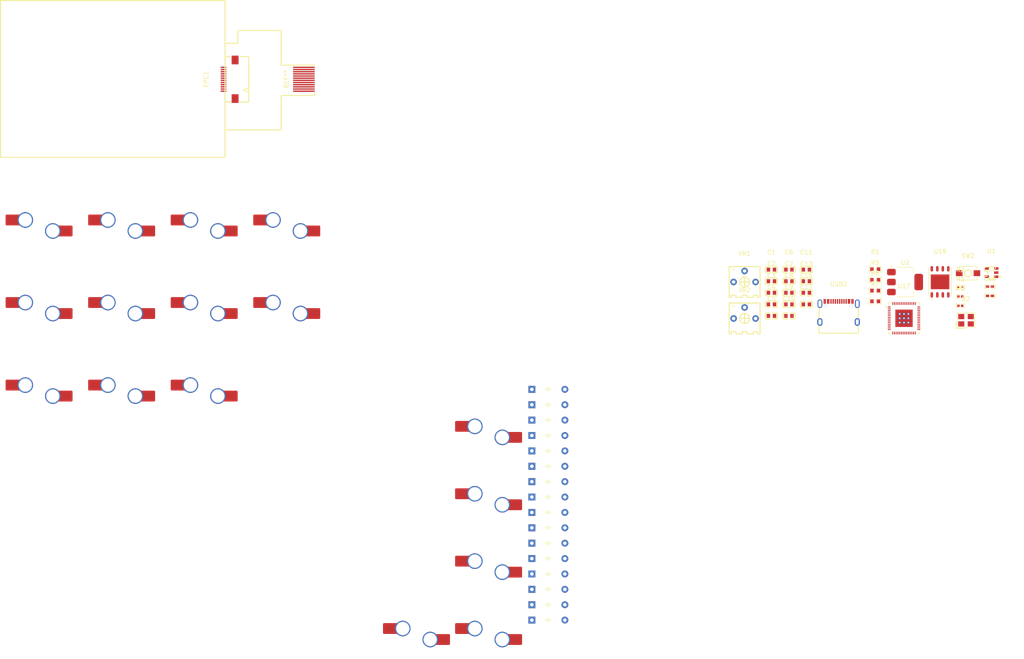
<source format=kicad_pcb>
(kicad_pcb (version 20241229) (generator "pcbnew") (generator_version "9.0")
  (layers (0 "F.Cu" signal) (2 "B.Cu" signal) (13 "F.Paste" user) (15 "B.Paste" user) (5 "F.SilkS" user "F.Silkscreen") (7 "B.SilkS" user "B.Silkscreen") (1 "F.Mask" user) (3 "B.Mask" user) (25 "Edge.Cuts" user))
  (net 0 "")
  (net 1 "GND")
  (net 2 "+5V")
  (net 3 "+3V3")
  (net 4 "+2V8")
  (net 5 "+1V1")
  (net 6 "Net-(D1-A)")
  (net 7 "COL0")
  (net 8 "COL1")
  (net 9 "COL2")
  (net 10 "COL3")
  (net 12 "DSDA")
  (net 14 "DCS")
  (net 15 "Net-(FPC1-Pad3)")
  (net 17 "DRS")
  (net 18 "DSCL")
  (net 19 "DRST")
  (net 20 "Net-(USB2-CC2)")
  (net 21 "QSS")
  (net 22 "Net-(R2-Pad1)")
  (net 23 "Net-(U17-USB_DM)")
  (net 24 "USB_DN")
  (net 25 "Net-(USB2-CC1)")
  (net 26 "USB_DP")
  (net 27 "Net-(U17-USB_DP)")
  (net 28 "ROW0")
  (net 29 "ROW1")
  (net 30 "ROW2")
  (net 31 "ROW3")
  (net 32 "DEN")
  (net 34 "QSD0")
  (net 44 "QSD3")
  (net 48 "XOUT")
  (net 49 "XIN")
  (net 51 "QCLK")
  (net 52 "ADC0")
  (net 53 "ADC1")
  (net 54 "QSD1")
  (net 56 "QSD2")
  (net 62 "Net-(D2-A)")
  (net 63 "Net-(D3-A)")
  (net 64 "Net-(D4-A)")
  (net 65 "Net-(D5-A)")
  (net 66 "Net-(D6-A)")
  (net 67 "Net-(D7-A)")
  (net 68 "Net-(D8-A)")
  (net 69 "Net-(D9-A)")
  (net 70 "Net-(D10-A)")
  (net 71 "Net-(D11-A)")
  (net 72 "Net-(D12-A)")
  (net 73 "Net-(D13-A)")
  (net 74 "Net-(D14-A)")
  (net 75 "Net-(D15-A)")
  (net 76 "Net-(D16-A)")
  (footprint "easyeda2kicad:C0603" (layer "F.Cu") (at 205.85375 90.8625)
    (property "Reference" "C7" (at 0 -4 0) (layer "F.SilkS"))
    (property "Value" "100nF")
    (pad "1" smd rect (at -0.7 0) (size 0.8 0.9) (layers "F.Cu" "F.Mask" "F.Paste") (net 1 "GND"))
    (pad "2" smd rect (at 0.7 0) (size 0.8 0.9) (layers "F.Cu" "F.Mask" "F.Paste") (net 3 "+3V3"))
  )
  (footprint "ScottoKeebs_Scotto:MX_Hotswap_1.00u" (layer "F.Cu") (at 70.92 78.00375)
    (property "Reference" "S3" (hide yes))
    (property "Value" "Keyswitch")
    (pad "" np_thru_hole circle (at -4.445 -3.81 180) (size 1.75 1.75) (drill 1.75) (layers "*.Cu" "*.Mask") (clearance 0.1))
    (pad "" np_thru_hole circle (at 0.635 -3.81 180) (size 4 4) (drill 4) (layers "*.Cu" "*.Mask"))
    (pad "" np_thru_hole circle (at 5.715 -3.81 180) (size 1.75 1.75) (drill 1.75) (layers "*.Cu" "*.Mask"))
    (pad "1" smd roundrect (at -5.95 -1.27 180) (size 3.55 2.5) (layers "F.Cu") (roundrect_rratio 0.1) (net 30 "ROW2"))
    (pad "1" thru_hole circle (at -3.175 -1.27 180) (size 3.6 3.6) (drill 3.05) (layers "*.Cu" "*.Mask") (net 30 "ROW2"))
    (pad "2" thru_hole circle (at 3.175 1.27 180) (size 3.6 3.6) (drill 3.05) (layers "*.Cu" "*.Mask") (net 63 "Net-(D3-A)"))
    (pad "2" smd roundrect (at 5.955 1.27 180) (size 3.55 2.5) (layers "F.Cu") (roundrect_rratio 0.1) (net 63 "Net-(D3-A)"))
  )
  (footprint "easyeda2kicad:C0603" (layer "F.Cu") (at 205.85375 96.2025)
    (property "Reference" "C9" (at 0 -4 0) (layer "F.SilkS"))
    (property "Value" "100nF")
    (pad "1" smd rect (at -0.7 0) (size 0.8 0.9) (layers "F.Cu" "F.Mask" "F.Paste") (net 1 "GND"))
    (pad "2" smd rect (at 0.7 0) (size 0.8 0.9) (layers "F.Cu" "F.Mask" "F.Paste") (net 3 "+3V3"))
  )
  (footprint "ScottoKeebs_Scotto:MX_Hotswap_1.00u" (layer "F.Cu") (at 136.55 156.72875)
    (property "Reference" "S15" (hide yes))
    (property "Value" "Keyswitch")
    (pad "" np_thru_hole circle (at -4.445 -3.81 180) (size 1.75 1.75) (drill 1.75) (layers "*.Cu" "*.Mask") (clearance 0.1))
    (pad "" np_thru_hole circle (at 0.635 -3.81 180) (size 4 4) (drill 4) (layers "*.Cu" "*.Mask"))
    (pad "" np_thru_hole circle (at 5.715 -3.81 180) (size 1.75 1.75) (drill 1.75) (layers "*.Cu" "*.Mask"))
    (pad "1" smd roundrect (at -5.95 -1.27 180) (size 3.55 2.5) (layers "F.Cu") (roundrect_rratio 0.1) (net 30 "ROW2"))
    (pad "1" thru_hole circle (at -3.175 -1.27 180) (size 3.6 3.6) (drill 3.05) (layers "*.Cu" "*.Mask") (net 30 "ROW2"))
    (pad "2" thru_hole circle (at 3.175 1.27 180) (size 3.6 3.6) (drill 3.05) (layers "*.Cu" "*.Mask") (net 75 "Net-(D15-A)"))
    (pad "2" smd roundrect (at 5.955 1.27 180) (size 3.55 2.5) (layers "F.Cu") (roundrect_rratio 0.1) (net 75 "Net-(D15-A)"))
  )
  (footprint "easyeda2kicad:C0603" (layer "F.Cu") (at 209.88375 90.8625)
    (property "Reference" "C13" (at 0 -4 0) (layer "F.SilkS"))
    (property "Value" "100nF")
    (pad "1" smd rect (at -0.7 0) (size 0.8 0.9) (layers "F.Cu" "F.Mask" "F.Paste") (net 1 "GND"))
    (pad "2" smd rect (at 0.7 0) (size 0.8 0.9) (layers "F.Cu" "F.Mask" "F.Paste") (net 5 "+1V1"))
  )
  (footprint "ScottoKeebs_Components:Diode_DO-35" (layer "F.Cu") (at 146.535 130.01875)
    (property "Reference" "D5" (hide yes))
    (property "Value" "Diode" (hide yes))
    (pad "1" thru_hole rect (at 0 0) (size 1.6 1.6) (drill 0.8) (layers "*.Cu" "*.Mask") (net 8 "COL1"))
    (pad "2" thru_hole oval (at 7.62 0) (size 1.6 1.6) (drill 0.8) (layers "*.Cu" "*.Mask") (net 65 "Net-(D5-A)"))
  )
  (footprint "ScottoKeebs_Scotto:MX_Hotswap_1.00u" (layer "F.Cu") (at 136.55 141.17875)
    (property "Reference" "S14" (hide yes))
    (property "Value" "Keyswitch")
    (pad "" np_thru_hole circle (at -4.445 -3.81 180) (size 1.75 1.75) (drill 1.75) (layers "*.Cu" "*.Mask") (clearance 0.1))
    (pad "" np_thru_hole circle (at 0.635 -3.81 180) (size 4 4) (drill 4) (layers "*.Cu" "*.Mask"))
    (pad "" np_thru_hole circle (at 5.715 -3.81 180) (size 1.75 1.75) (drill 1.75) (layers "*.Cu" "*.Mask"))
    (pad "1" smd roundrect (at -5.95 -1.27 180) (size 3.55 2.5) (layers "F.Cu") (roundrect_rratio 0.1) (net 29 "ROW1"))
    (pad "1" thru_hole circle (at -3.175 -1.27 180) (size 3.6 3.6) (drill 3.05) (layers "*.Cu" "*.Mask") (net 29 "ROW1"))
    (pad "2" thru_hole circle (at 3.175 1.27 180) (size 3.6 3.6) (drill 3.05) (layers "*.Cu" "*.Mask") (net 74 "Net-(D14-A)"))
    (pad "2" smd roundrect (at 5.955 1.27 180) (size 3.55 2.5) (layers "F.Cu") (roundrect_rratio 0.1) (net 74 "Net-(D14-A)"))
  )
  (footprint "easyeda2kicad:C0603" (layer "F.Cu") (at 205.85375 93.5325)
    (property "Reference" "C8" (at 0 -4 0) (layer "F.SilkS"))
    (property "Value" "100nF")
    (pad "1" smd rect (at -0.7 0) (size 0.8 0.9) (layers "F.Cu" "F.Mask" "F.Paste") (net 1 "GND"))
    (pad "2" smd rect (at 0.7 0) (size 0.8 0.9) (layers "F.Cu" "F.Mask" "F.Paste") (net 3 "+3V3"))
  )
  (footprint "ScottoKeebs_Scotto:MX_Hotswap_1.00u" (layer "F.Cu") (at 51.87 78.00375)
    (property "Reference" "S2" (hide yes))
    (property "Value" "Keyswitch")
    (pad "" np_thru_hole circle (at -4.445 -3.81 180) (size 1.75 1.75) (drill 1.75) (layers "*.Cu" "*.Mask") (clearance 0.1))
    (pad "" np_thru_hole circle (at 0.635 -3.81 180) (size 4 4) (drill 4) (layers "*.Cu" "*.Mask"))
    (pad "" np_thru_hole circle (at 5.715 -3.81 180) (size 1.75 1.75) (drill 1.75) (layers "*.Cu" "*.Mask"))
    (pad "1" smd roundrect (at -5.95 -1.27 180) (size 3.55 2.5) (layers "F.Cu") (roundrect_rratio 0.1) (net 29 "ROW1"))
    (pad "1" thru_hole circle (at -3.175 -1.27 180) (size 3.6 3.6) (drill 3.05) (layers "*.Cu" "*.Mask") (net 29 "ROW1"))
    (pad "2" thru_hole circle (at 3.175 1.27 180) (size 3.6 3.6) (drill 3.05) (layers "*.Cu" "*.Mask") (net 62 "Net-(D2-A)"))
    (pad "2" smd roundrect (at 5.955 1.27 180) (size 3.55 2.5) (layers "F.Cu") (roundrect_rratio 0.1) (net 62 "Net-(D2-A)"))
  )
  (footprint "easyeda2kicad:OLED-SMD_HS20HS072RX" (layer "F.Cu") (at 93.93 44.2675 90)
    (property "Reference" "REF**" (at 0 -4 90) (layer "F.SilkS"))
    (property "Value" "OLED-SMD_HS20HS072RX")
    (pad "1" smd rect (at -2.75 0 90) (size 0.3 5) (layers "F.Cu" "F.Mask" "F.Paste"))
    (pad "2" smd rect (at -2.25 0 90) (size 0.3 5) (layers "F.Cu" "F.Mask" "F.Paste"))
    (pad "3" smd rect (at -1.75 0 90) (size 0.3 5) (layers "F.Cu" "F.Mask" "F.Paste"))
    (pad "4" smd rect (at -1.25 0 90) (size 0.3 5) (layers "F.Cu" "F.Mask" "F.Paste"))
    (pad "5" smd rect (at -0.75 0 90) (size 0.3 5) (layers "F.Cu" "F.Mask" "F.Paste"))
    (pad "6" smd rect (at -0.25 0 90) (size 0.3 5) (layers "F.Cu" "F.Mask" "F.Paste"))
    (pad "7" smd rect (at 0.25 0 90) (size 0.3 5) (layers "F.Cu" "F.Mask" "F.Paste"))
    (pad "8" smd rect (at 0.75 0 90) (size 0.3 5) (layers "F.Cu" "F.Mask" "F.Paste"))
    (pad "9" smd rect (at 1.25 0 90) (size 0.3 5) (layers "F.Cu" "F.Mask" "F.Paste"))
    (pad "10" smd rect (at 1.75 0 90) (size 0.3 5) (layers "F.Cu" "F.Mask" "F.Paste"))
    (pad "11" smd rect (at 2.25 0 90) (size 0.3 5) (layers "F.Cu" "F.Mask" "F.Paste"))
    (pad "12" smd rect (at 2.75 0 90) (size 0.3 5) (layers "F.Cu" "F.Mask" "F.Paste"))
  )
  (footprint "ScottoKeebs_Components:Diode_DO-35" (layer "F.Cu") (at 146.535 144.21875)
    (property "Reference" "D9" (hide yes))
    (property "Value" "Diode" (hide yes))
    (pad "1" thru_hole rect (at 0 0) (size 1.6 1.6) (drill 0.8) (layers "*.Cu" "*.Mask") (net 9 "COL2"))
    (pad "2" thru_hole oval (at 7.62 0) (size 1.6 1.6) (drill 0.8) (layers "*.Cu" "*.Mask") (net 69 "Net-(D9-A)"))
  )
  (footprint "ScottoKeebs_Scotto:MX_Hotswap_1.00u" (layer "F.Cu") (at 32.82 97.05375)
    (property "Reference" "S5" (hide yes))
    (property "Value" "Keyswitch")
    (pad "" np_thru_hole circle (at -4.445 -3.81 180) (size 1.75 1.75) (drill 1.75) (layers "*.Cu" "*.Mask") (clearance 0.1))
    (pad "" np_thru_hole circle (at 0.635 -3.81 180) (size 4 4) (drill 4) (layers "*.Cu" "*.Mask"))
    (pad "" np_thru_hole circle (at 5.715 -3.81 180) (size 1.75 1.75) (drill 1.75) (layers "*.Cu" "*.Mask"))
    (pad "1" smd roundrect (at -5.95 -1.27 180) (size 3.55 2.5) (layers "F.Cu") (roundrect_rratio 0.1) (net 28 "ROW0"))
    (pad "1" thru_hole circle (at -3.175 -1.27 180) (size 3.6 3.6) (drill 3.05) (layers "*.Cu" "*.Mask") (net 28 "ROW0"))
    (pad "2" thru_hole circle (at 3.175 1.27 180) (size 3.6 3.6) (drill 3.05) (layers "*.Cu" "*.Mask") (net 65 "Net-(D5-A)"))
    (pad "2" smd roundrect (at 5.955 1.27 180) (size 3.55 2.5) (layers "F.Cu") (roundrect_rratio 0.1) (net 65 "Net-(D5-A)"))
  )
  (footprint "ScottoKeebs_Components:Diode_DO-35" (layer "F.Cu") (at 146.535 169.06875)
    (property "Reference" "D16" (hide yes))
    (property "Value" "Diode" (hide yes))
    (pad "1" thru_hole rect (at 0 0) (size 1.6 1.6) (drill 0.8) (layers "*.Cu" "*.Mask") (net 10 "COL3"))
    (pad "2" thru_hole oval (at 7.62 0) (size 1.6 1.6) (drill 0.8) (layers "*.Cu" "*.Mask") (net 76 "Net-(D16-A)"))
  )
  (footprint "easyeda2kicad:R0402" (layer "F.Cu") (at 245.40375 94.3925)
    (property "Reference" "R3" (at 0 -4 0) (layer "F.SilkS"))
    (property "Value" "1kΩ")
    (pad "1" smd rect (at -0.43 0) (size 0.57 0.54) (layers "F.Cu" "F.Mask" "F.Paste") (net 21 "QSS"))
    (pad "2" smd rect (at 0.43 0) (size 0.57 0.54) (layers "F.Cu" "F.Mask" "F.Paste") (net 3 "+3V3"))
  )
  (footprint "easyeda2kicad:C0603" (layer "F.Cu") (at 209.88375 88.1925)
    (property "Reference" "C11" (at 0 -4 0) (layer "F.SilkS"))
    (property "Value" "100nF")
    (pad "1" smd rect (at -0.7 0) (size 0.8 0.9) (layers "F.Cu" "F.Mask" "F.Paste") (net 3 "+3V3"))
    (pad "2" smd rect (at 0.7 0) (size 0.8 0.9) (layers "F.Cu" "F.Mask" "F.Paste") (net 1 "GND"))
  )
  (footprint "easyeda2kicad:SW-SMD_L4.0-W2.9-LS5.0" (layer "F.Cu") (at 247.19375 89.0125)
    (property "Reference" "SW2" (at 0 -4 0) (layer "F.SilkS"))
    (property "Value" "TS342A2P-WZ")
    (pad "1" smd rect (at -2.04 0) (size 1.53 1.36) (layers "F.Cu" "F.Mask" "F.Paste") (net 1 "GND"))
    (pad "2" smd rect (at 2.04 0) (size 1.53 1.36) (layers "F.Cu" "F.Mask" "F.Paste") (net 22 "Net-(R2-Pad1)"))
  )
  (footprint "ScottoKeebs_Scotto:MX_Hotswap_1.00u" (layer "F.Cu") (at 51.87 97.05375)
    (property "Reference" "S6" (hide yes))
    (property "Value" "Keyswitch")
    (pad "" np_thru_hole circle (at -4.445 -3.81 180) (size 1.75 1.75) (drill 1.75) (layers "*.Cu" "*.Mask") (clearance 0.1))
    (pad "" np_thru_hole circle (at 0.635 -3.81 180) (size 4 4) (drill 4) (layers "*.Cu" "*.Mask"))
    (pad "" np_thru_hole circle (at 5.715 -3.81 180) (size 1.75 1.75) (drill 1.75) (layers "*.Cu" "*.Mask"))
    (pad "1" smd roundrect (at -5.95 -1.27 180) (size 3.55 2.5) (layers "F.Cu") (roundrect_rratio 0.1) (net 29 "ROW1"))
    (pad "1" thru_hole circle (at -3.175 -1.27 180) (size 3.6 3.6) (drill 3.05) (layers "*.Cu" "*.Mask") (net 29 "ROW1"))
    (pad "2" thru_hole circle (at 3.175 1.27 180) (size 3.6 3.6) (drill 3.05) (layers "*.Cu" "*.Mask") (net 66 "Net-(D6-A)"))
    (pad "2" smd roundrect (at 5.955 1.27 180) (size 3.55 2.5) (layers "F.Cu") (roundrect_rratio 0.1) (net 66 "Net-(D6-A)"))
  )
  (footprint "ScottoKeebs_Components:Diode_DO-35" (layer "F.Cu") (at 146.535 137.11875)
    (property "Reference" "D7" (hide yes))
    (property "Value" "Diode" (hide yes))
    (pad "1" thru_hole rect (at 0 0) (size 1.6 1.6) (drill 0.8) (layers "*.Cu" "*.Mask") (net 8 "COL1"))
    (pad "2" thru_hole oval (at 7.62 0) (size 1.6 1.6) (drill 0.8) (layers "*.Cu" "*.Mask") (net 67 "Net-(D7-A)"))
  )
  (footprint "easyeda2kicad:C0402" (layer "F.Cu") (at 252.24375 92.1025)
    (property "Reference" "C12" (at 0 -4 0) (layer "F.SilkS"))
    (property "Value" "1uF")
    (pad "1" smd rect (at -0.55 0) (size 0.79 0.54) (layers "F.Cu" "F.Mask" "F.Paste") (net 1 "GND"))
    (pad "2" smd rect (at 0.55 0) (size 0.79 0.54) (layers "F.Cu" "F.Mask" "F.Paste") (net 4 "+2V8"))
  )
  (footprint "easyeda2kicad:RES-ADJ-TH_3362P" (layer "F.Cu") (at 195.62875 98.1975)
    (property "Reference" "VR2" (at 0 -5.27 0) (layer "F.SilkS"))
    (property "Value" "10kΩ")
    (pad "1" thru_hole circle (at -2.54 1.27) (size 1.52 1.52) (drill 0.762) (layers "*.Cu" "*.Mask") (net 1 "GND"))
    (pad "2" thru_hole circle (at 0 -1.27) (size 1.52 1.52) (drill 0.762) (layers "*.Cu" "*.Mask") (net 53 "ADC1"))
    (pad "3" thru_hole circle (at 2.54 1.27) (size 1.52 1.52) (drill 0.762) (layers "*.Cu" "*.Mask") (net 3 "+3V3"))
  )
  (footprint "ScottoKeebs_Scotto:MX_Hotswap_1.00u" (layer "F.Cu") (at 89.97 97.05375)
    (property "Reference" "S8" (hide yes))
    (property "Value" "Keyswitch")
    (pad "" np_thru_hole circle (at -4.445 -3.81 180) (size 1.75 1.75) (drill 1.75) (layers "*.Cu" "*.Mask") (clearance 0.1))
    (pad "" np_thru_hole circle (at 0.635 -3.81 180) (size 4 4) (drill 4) (layers "*.Cu" "*.Mask"))
    (pad "" np_thru_hole circle (at 5.715 -3.81 180) (size 1.75 1.75) (drill 1.75) (layers "*.Cu" "*.Mask"))
    (pad "1" smd roundrect (at -5.95 -1.27 180) (size 3.55 2.5) (layers "F.Cu") (roundrect_rratio 0.1) (net 31 "ROW3"))
    (pad "1" thru_hole circle (at -3.175 -1.27 180) (size 3.6 3.6) (drill 3.05) (layers "*.Cu" "*.Mask") (net 31 "ROW3"))
    (pad "2" thru_hole circle (at 3.175 1.27 180) (size 3.6 3.6) (drill 3.05) (layers "*.Cu" "*.Mask") (net 68 "Net-(D8-A)"))
    (pad "2" smd roundrect (at 5.955 1.27 180) (size 3.55 2.5) (layers "F.Cu") (roundrect_rratio 0.1) (net 68 "Net-(D8-A)"))
  )
  (footprint "ScottoKeebs_Scotto:MX_Hotswap_1.00u" (layer "F.Cu") (at 136.55 125.62875)
    (property "Reference" "S13" (hide yes))
    (property "Value" "Keyswitch")
    (pad "" np_thru_hole circle (at -4.445 -3.81 180) (size 1.75 1.75) (drill 1.75) (layers "*.Cu" "*.Mask") (clearance 0.1))
    (pad "" np_thru_hole circle (at 0.635 -3.81 180) (size 4 4) (drill 4) (layers "*.Cu" "*.Mask"))
    (pad "" np_thru_hole circle (at 5.715 -3.81 180) (size 1.75 1.75) (drill 1.75) (layers "*.Cu" "*.Mask"))
    (pad "1" smd roundrect (at -5.95 -1.27 180) (size 3.55 2.5) (layers "F.Cu") (roundrect_rratio 0.1) (net 28 "ROW0"))
    (pad "1" thru_hole circle (at -3.175 -1.27 180) (size 3.6 3.6) (drill 3.05) (layers "*.Cu" "*.Mask") (net 28 "ROW0"))
    (pad "2" thru_hole circle (at 3.175 1.27 180) (size 3.6 3.6) (drill 3.05) (layers "*.Cu" "*.Mask") (net 73 "Net-(D13-A)"))
    (pad "2" smd roundrect (at 5.955 1.27 180) (size 3.55 2.5) (layers "F.Cu") (roundrect_rratio 0.1) (net 73 "Net-(D13-A)"))
  )
  (footprint "ScottoKeebs_Components:Diode_DO-35" (layer "F.Cu") (at 146.535 126.46875)
    (property "Reference" "D4" (hide yes))
    (property "Value" "Diode" (hide yes))
    (pad "1" thru_hole rect (at 0 0) (size 1.6 1.6) (drill 0.8) (layers "*.Cu" "*.Mask") (net 7 "COL0"))
    (pad "2" thru_hole oval (at 7.62 0) (size 1.6 1.6) (drill 0.8) (layers "*.Cu" "*.Mask") (net 64 "Net-(D4-A)"))
  )
  (footprint "ScottoKeebs_Components:Diode_DO-35" (layer "F.Cu") (at 146.535 133.56875)
    (property "Reference" "D6" (hide yes))
    (property "Value" "Diode" (hide yes))
    (pad "1" thru_hole rect (at 0 0) (size 1.6 1.6) (drill 0.8) (layers "*.Cu" "*.Mask") (net 8 "COL1"))
    (pad "2" thru_hole oval (at 7.62 0) (size 1.6 1.6) (drill 0.8) (layers "*.Cu" "*.Mask") (net 66 "Net-(D6-A)"))
  )
  (footprint "easyeda2kicad:USB-C-SMD_TYPE-C-6PIN-2MD-073" (layer "F.Cu") (at 217.31875 97.8975)
    (property "Reference" "USB2" (at 0 -6.38 0) (layer "F.SilkS"))
    (property "Value" "TYPE-C 16PIN 2MD(073)")
    (pad "" thru_hole circle (at -2.89 -1.3) (size 0.7 0.7) (drill 0.7) (layers "*.Cu" "*.Mask"))
    (pad "" thru_hole circle (at 2.89 -1.3) (size 0.7 0.7) (drill 0.7) (layers "*.Cu" "*.Mask"))
    (pad "1" smd rect (at -3.2 -2.38) (size 0.55 1.1) (layers "F.Cu" "F.Mask" "F.Paste") (net 1 "GND"))
    (pad "2" smd rect (at -2.4 -2.38) (size 0.55 1.1) (layers "F.Cu" "F.Mask" "F.Paste") (net 2 "+5V"))
    (pad "3" smd rect (at -1.75 -2.38) (size 0.3 1.1) (layers "F.Cu" "F.Mask" "F.Paste"))
    (pad "4" smd rect (at -1.25 -2.38) (size 0.3 1.1) (layers "F.Cu" "F.Mask" "F.Paste") (net 25 "Net-(USB2-CC1)"))
    (pad "5" smd rect (at -0.75 -2.38) (size 0.3 1.1) (layers "F.Cu" "F.Mask" "F.Paste") (net 24 "USB_DN"))
    (pad "6" smd rect (at -0.25 -2.38) (size 0.3 1.1) (layers "F.Cu" "F.Mask" "F.Paste") (net 26 "USB_DP"))
    (pad "7" smd rect (at 0.25 -2.38) (size 0.3 1.1) (layers "F.Cu" "F.Mask" "F.Paste") (net 24 "USB_DN"))
    (pad "8" smd rect (at 0.75 -2.38) (size 0.3 1.1) (layers "F.Cu" "F.Mask" "F.Paste") (net 26 "USB_DP"))
    (pad "9" smd rect (at 1.25 -2.38) (size 0.3 1.1) (layers "F.Cu" "F.Mask" "F.Paste"))
    (pad "10" smd rect (at 1.75 -2.38) (size 0.3 1.1) (layers "F.Cu" "F.Mask" "F.Paste") (net 20 "Net-(USB2-CC2)"))
    (pad "11" smd rect (at 2.4 -2.38) (size 0.55 1.1) (layers "F.Cu" "F.Mask" "F.Paste") (net 2 "+5V"))
    (pad "12" smd rect (at 3.2 -2.38) (size 0.55 1.1) (layers "F.Cu" "F.Mask" "F.Paste") (net 1 "GND"))
    (pad "13" thru_hole oval (at -4.32 -1.83) (size 1.1 2) (drill oval 0.599999 1.499997) (layers "*.Cu" "*.Mask") (net 1 "GND"))
    (pad "13" thru_hole oval (at -4.32 2.38) (size 1.2 1.8) (drill oval 0.599999 1.199998) (layers "*.Cu" "*.Mask") (net 1 "GND"))
    (pad "14" thru_hole oval (at 4.32 -1.83) (size 1.1 2) (drill oval 0.599999 1.500022) (layers "*.Cu" "*.Mask") (net 1 "GND"))
    (pad "14" thru_hole oval (at 4.32 2.38) (size 1.2 1.8) (drill oval 0.599999 1.199998) (layers "*.Cu" "*.Mask") (net 1 "GND"))
  )
  (footprint "easyeda2kicad:C0603" (layer "F.Cu") (at 201.82375 96.2025)
    (property "Reference" "C4" (at 0 -4 0) (layer "F.SilkS"))
    (property "Value" "10uF")
    (pad "1" smd rect (at -0.7 0) (size 0.8 0.9) (layers "F.Cu" "F.Mask" "F.Paste") (net 1 "GND"))
    (pad "2" smd rect (at 0.7 0) (size 0.8 0.9) (layers "F.Cu" "F.Mask" "F.Paste") (net 3 "+3V3"))
  )
  (footprint "ScottoKeebs_Components:Diode_DO-35" (layer "F.Cu") (at 146.535 165.51875)
    (property "Reference" "D15" (hide yes))
    (property "Value" "Diode" (hide yes))
    (pad "1" thru_hole rect (at 0 0) (size 1.6 1.6) (drill 0.8) (layers "*.Cu" "*.Mask") (net 10 "COL3"))
    (pad "2" thru_hole oval (at 7.62 0) (size 1.6 1.6) (drill 0.8) (layers "*.Cu" "*.Mask") (net 75 "Net-(D15-A)"))
  )
  (footprint "ScottoKeebs_Scotto:MX_Hotswap_1.00u" (layer "F.Cu") (at 136.55 172.27875)
    (property "Reference" "S16" (hide yes))
    (property "Value" "Keyswitch")
    (pad "" np_thru_hole circle (at -4.445 -3.81 180) (size 1.75 1.75) (drill 1.75) (layers "*.Cu" "*.Mask") (clearance 0.1))
    (pad "" np_thru_hole circle (at 0.635 -3.81 180) (size 4 4) (drill 4) (layers "*.Cu" "*.Mask"))
    (pad "" np_thru_hole circle (at 5.715 -3.81 180) (size 1.75 1.75) (drill 1.75) (layers "*.Cu" "*.Mask"))
    (pad "1" smd roundrect (at -5.95 -1.27 180) (size 3.55 2.5) (layers "F.Cu") (roundrect_rratio 0.1) (net 31 "ROW3"))
    (pad "1" thru_hole circle (at -3.175 -1.27 180) (size 3.6 3.6) (drill 3.05) (layers "*.Cu" "*.Mask") (net 31 "ROW3"))
    (pad "2" thru_hole circle (at 3.175 1.27 180) (size 3.6 3.6) (drill 3.05) (layers "*.Cu" "*.Mask") (net 76 "Net-(D16-A)"))
    (pad "2" smd roundrect (at 5.955 1.27 180) (size 3.55 2.5) (layers "F.Cu") (roundrect_rratio 0.1) (net 76 "Net-(D16-A)"))
  )
  (footprint "easyeda2kicad:C0603" (layer "F.Cu") (at 201.82375 98.8725)
    (property "Reference" "C5" (at 0 -4 0) (layer "F.SilkS"))
    (property "Value" "100nF")
    (pad "1" smd rect (at -0.7 0) (size 0.8 0.9) (layers "F.Cu" "F.Mask" "F.Paste") (net 1 "GND"))
    (pad "2" smd rect (at 0.7 0) (size 0.8 0.9) (layers "F.Cu" "F.Mask" "F.Paste") (net 3 "+3V3"))
  )
  (footprint "easyeda2kicad:C0603" (layer "F.Cu") (at 209.88375 93.5325)
    (property "Reference" "C14" (at 0 -4 0) (layer "F.SilkS"))
    (property "Value" "100nF")
    (pad "1" smd rect (at -0.7 0) (size 0.8 0.9) (layers "F.Cu" "F.Mask" "F.Paste") (net 1 "GND"))
    (pad "2" smd rect (at 0.7 0) (size 0.8 0.9) (layers "F.Cu" "F.Mask" "F.Paste") (net 3 "+3V3"))
  )
  (footprint "ScottoKeebs_Scotto:MX_Hotswap_1.00u" (layer "F.Cu") (at 70.92 116.10375)
    (property "Reference" "S11" (hide yes))
    (property "Value" "Keyswitch")
    (pad "" np_thru_hole circle (at -4.445 -3.81 180) (size 1.75 1.75) (drill 1.75) (layers "*.Cu" "*.Mask") (clearance 0.1))
    (pad "" np_thru_hole circle (at 0.635 -3.81 180) (size 4 4) (drill 4) (layers "*.Cu" "*.Mask"))
    (pad "" np_thru_hole circle (at 5.715 -3.81 180) (size 1.75 1.75) (drill 1.75) (layers "*.Cu" "*.Mask"))
    (pad "1" smd roundrect (at -5.95 -1.27 180) (size 3.55 2.5) (layers "F.Cu") (roundrect_rratio 0.1) (net 30 "ROW2"))
    (pad "1" thru_hole circle (at -3.175 -1.27 180) (size 3.6 3.6) (drill 3.05) (layers "*.Cu" "*.Mask") (net 30 "ROW2"))
    (pad "2" thru_hole circle (at 3.175 1.27 180) (size 3.6 3.6) (drill 3.05) (layers "*.Cu" "*.Mask") (net 71 "Net-(D11-A)"))
    (pad "2" smd roundrect (at 5.955 1.27 180) (size 3.55 2.5) (layers "F.Cu") (roundrect_rratio 0.1) (net 71 "Net-(D11-A)"))
  )
  (footprint "ScottoKeebs_Scotto:MX_Hotswap_1.00u" (layer "F.Cu") (at 32.82 116.10375)
    (property "Reference" "S9" (hide yes))
    (property "Value" "Keyswitch")
    (pad "" np_thru_hole circle (at -4.445 -3.81 180) (size 1.75 1.75) (drill 1.75) (layers "*.Cu" "*.Mask") (clearance 0.1))
    (pad "" np_thru_hole circle (at 0.635 -3.81 180) (size 4 4) (drill 4) (layers "*.Cu" "*.Mask"))
    (pad "" np_thru_hole circle (at 5.715 -3.81 180) (size 1.75 1.75) (drill 1.75) (layers "*.Cu" "*.Mask"))
    (pad "1" smd roundrect (at -5.95 -1.27 180) (size 3.55 2.5) (layers "F.Cu") (roundrect_rratio 0.1) (net 28 "ROW0"))
    (pad "1" thru_hole circle (at -3.175 -1.27 180) (size 3.6 3.6) (drill 3.05) (layers "*.Cu" "*.Mask") (net 28 "ROW0"))
    (pad "2" thru_hole circle (at 3.175 1.27 180) (size 3.6 3.6) (drill 3.05) (layers "*.Cu" "*.Mask") (net 69 "Net-(D9-A)"))
    (pad "2" smd roundrect (at 5.955 1.27 180) (size 3.55 2.5) (layers "F.Cu") (roundrect_rratio 0.1) (net 69 "Net-(D9-A)"))
  )
  (footprint "ScottoKeebs_Components:Diode_DO-35" (layer "F.Cu") (at 146.535 119.36875)
    (property "Reference" "D2" (hide yes))
    (property "Value" "Diode" (hide yes))
    (pad "1" thru_hole rect (at 0 0) (size 1.6 1.6) (drill 0.8) (layers "*.Cu" "*.Mask") (net 7 "COL0"))
    (pad "2" thru_hole oval (at 7.62 0) (size 1.6 1.6) (drill 0.8) (layers "*.Cu" "*.Mask") (net 62 "Net-(D2-A)"))
  )
  (footprint "easyeda2kicad:C0603" (layer "F.Cu") (at 201.82375 93.5325)
    (property "Reference" "C3" (at 0 -4 0) (layer "F.SilkS"))
    (property "Value" "100nF")
    (pad "1" smd rect (at -0.7 0) (size 0.8 0.9) (layers "F.Cu" "F.Mask" "F.Paste") (net 1 "GND"))
    (pad "2" smd rect (at 0.7 0) (size 0.8 0.9) (layers "F.Cu" "F.Mask" "F.Paste") (net 3 "+3V3"))
  )
  (footprint "ScottoKeebs_Components:Diode_DO-35" (layer "F.Cu") (at 146.535 115.81875)
    (property "Reference" "D1" (hide yes))
    (property "Value" "Diode" (hide yes))
    (pad "1" thru_hole rect (at 0 0) (size 1.6 1.6) (drill 0.8) (layers "*.Cu" "*.Mask") (net 7 "COL0"))
    (pad "2" thru_hole oval (at 7.62 0) (size 1.6 1.6) (drill 0.8) (layers "*.Cu" "*.Mask") (net 6 "Net-(D1-A)"))
  )
  (footprint "ScottoKeebs_Scotto:MX_Hotswap_1.00u" (layer "F.Cu") (at 70.92 97.05375)
    (property "Reference" "S7" (hide yes))
    (property "Value" "Keyswitch")
    (pad "" np_thru_hole circle (at -4.445 -3.81 180) (size 1.75 1.75) (drill 1.75) (layers "*.Cu" "*.Mask") (clearance 0.1))
    (pad "" np_thru_hole circle (at 0.635 -3.81 180) (size 4 4) (drill 4) (layers "*.Cu" "*.Mask"))
    (pad "" np_thru_hole circle (at 5.715 -3.81 180) (size 1.75 1.75) (drill 1.75) (layers "*.Cu" "*.Mask"))
    (pad "1" smd roundrect (at -5.95 -1.27 180) (size 3.55 2.5) (layers "F.Cu") (roundrect_rratio 0.1) (net 30 "ROW2"))
    (pad "1" thru_hole circle (at -3.175 -1.27 180) (size 3.6 3.6) (drill 3.05) (layers "*.Cu" "*.Mask") (net 30 "ROW2"))
    (pad "2" thru_hole circle (at 3.175 1.27 180) (size 3.6 3.6) (drill 3.05) (layers "*.Cu" "*.Mask") (net 67 "Net-(D7-A)"))
    (pad "2" smd roundrect (at 5.955 1.27 180) (size 3.55 2.5) (layers "F.Cu") (roundrect_rratio 0.1) (net 67 "Net-(D7-A)"))
  )
  (footprint "easyeda2kicad:WSON-8_L6.0-W5.0-P1.27-BL-EP" (layer "F.Cu") (at 240.73375 91.0075)
    (property "Reference" "U19" (at 0 -7.01 0) (layer "F.SilkS"))
    (property "Value" "W25Q128JWPIQ")
    (pad "1" smd oval (at -1.91 3.01) (size 0.58 1.28) (layers "F.Cu" "F.Mask" "F.Paste") (net 21 "QSS"))
    (pad "2" smd oval (at -0.63 3.01) (size 0.58 1.28) (layers "F.Cu" "F.Mask" "F.Paste") (net 54 "QSD1"))
    (pad "3" smd oval (at 0.63 3.01) (size 0.58 1.28) (layers "F.Cu" "F.Mask" "F.Paste") (net 56 "QSD2"))
    (pad "4" smd oval (at 1.9 3.01) (size 0.58 1.28) (layers "F.Cu" "F.Mask" "F.Paste") (net 1 "GND"))
    (pad "5" smd oval (at 1.9 -3.01) (size 0.58 1.28) (layers "F.Cu" "F.Mask" "F.Paste") (net 34 "QSD0"))
    (pad "6" smd oval (at 0.63 -3.01) (size 0.58 1.28) (layers "F.Cu" "F.Mask" "F.Paste") (net 51 "QCLK"))
    (pad "7" smd oval (at -0.63 -3.01) (size 0.58 1.28) (layers "F.Cu" "F.Mask" "F.Paste") (net 44 "QSD3"))
    (pad "8" smd oval (at -1.91 -3.01) (size 0.58 1.28) (layers "F.Cu" "F.Mask" "F.Paste") (net 3 "+3V3"))
    (pad "9" smd rect (at 0 0) (size 4.3 3.4) (layers "F.Cu" "F.Mask" "F.Paste") (net 1 "GND"))
  )
  (footprint "easyeda2kicad:C0603" (layer "F.Cu") (at 201.82375 88.1925)
    (property "Reference" "C1" (at 0 -4 0) (layer "F.SilkS"))
    (property "Value" "10uF")
    (pad "1" smd rect (at -0.7 0) (size 0.8 0.9) (layers "F.Cu" "F.Mask" "F.Paste") (net 1 "GND"))
    (pad "2" smd rect (at 0.7 0) (size 0.8 0.9) (layers "F.Cu" "F.Mask" "F.Paste") (net 2 "+5V"))
  )
  (footprint "ScottoKeebs_Scotto:MX_Hotswap_1.00u" (layer "F.Cu") (at 32.82 78.00375)
    (property "Reference" "S1" (hide yes))
    (property "Value" "Keyswitch")
    (pad "" np_thru_hole circle (at -4.445 -3.81 180) (size 1.75 1.75) (drill 1.75) (layers "*.Cu" "*.Mask") (clearance 0.1))
    (pad "" np_thru_hole circle (at 0.635 -3.81 180) (size 4 4) (drill 4) (layers "*.Cu" "*.Mask"))
    (pad "" np_thru_hole circle (at 5.715 -3.81 180) (size 1.75 1.75) (drill 1.75) (layers "*.Cu" "*.Mask"))
    (pad "1" smd roundrect (at -5.95 -1.27 180) (size 3.55 2.5) (layers "F.Cu") (roundrect_rratio 0.1) (net 28 "ROW0"))
    (pad "1" thru_hole circle (at -3.175 -1.27 180) (size 3.6 3.6) (drill 3.05) (layers "*.Cu" "*.Mask") (net 28 "ROW0"))
    (pad "2" thru_hole circle (at 3.175 1.27 180) (size 3.6 3.6) (drill 3.05) (layers "*.Cu" "*.Mask") (net 6 "Net-(D1-A)"))
    (pad "2" smd roundrect (at 5.955 1.27 180) (size 3.55 2.5) (layers "F.Cu") (roundrect_rratio 0.1) (net 6 "Net-(D1-A)"))
  )
  (footprint "ScottoKeebs_Components:Diode_DO-35" (layer "F.Cu") (at 146.535 147.76875)
    (property "Reference" "D10" (hide yes))
    (property "Value" "Diode" (hide yes))
    (pad "1" thru_hole rect (at 0 0) (size 1.6 1.6) (drill 0.8) (layers "*.Cu" "*.Mask") (net 9 "COL2"))
    (pad "2" thru_hole oval (at 7.62 0) (size 1.6 1.6) (drill 0.8) (layers "*.Cu" "*.Mask") (net 70 "Net-(D10-A)"))
  )
  (footprint "ScottoKeebs_Scotto:MX_Hotswap_1.00u" (layer "F.Cu") (at 51.87 116.10375)
    (property "Reference" "S10" (hide yes))
    (property "Value" "Keyswitch")
    (pad "" np_thru_hole circle (at -4.445 -3.81 180) (size 1.75 1.75) (drill 1.75) (layers "*.Cu" "*.Mask") (clearance 0.1))
    (pad "" np_thru_hole circle (at 0.635 -3.81 180) (size 4 4) (drill 4) (layers "*.Cu" "*.Mask"))
    (pad "" np_thru_hole circle (at 5.715 -3.81 180) (size 1.75 1.75) (drill 1.75) (layers "*.Cu" "*.Mask"))
    (pad "1" smd roundrect (at -5.95 -1.27 180) (size 3.55 2.5) (layers "F.Cu") (roundrect_rratio 0.1) (net 29 "ROW1"))
    (pad "1" thru_hole circle (at -3.175 -1.27 180) (size 3.6 3.6) (drill 3.05) (layers "*.Cu" "*.Mask") (net 29 "ROW1"))
    (pad "2" thru_hole circle (at 3.175 1.27 180) (size 3.6 3.6) (drill 3.05) (layers "*.Cu" "*.Mask") (net 70 "Net-(D10-A)"))
    (pad "2" smd roundrect (at 5.955 1.27 180) (size 3.55 2.5) (layers "F.Cu") (roundrect_rratio 0.1) (net 70 "Net-(D10-A)"))
  )
  (footprint "easyeda2kicad:C0603" (layer "F.Cu") (at 201.82375 90.8625)
    (property "Reference" "C2" (at 0 -4 0) (layer "F.SilkS"))
    (property "Value" "100nF")
    (pad "1" smd rect (at -0.7 0) (size 0.8 0.9) (layers "F.Cu" "F.Mask" "F.Paste") (net 1 "GND"))
    (pad "2" smd rect (at 0.7 0) (size 0.8 0.9) (layers "F.Cu" "F.Mask" "F.Paste") (net 2 "+5V"))
  )
  (footprint "ScottoKeebs_Components:Diode_DO-35" (layer "F.Cu") (at 146.535 158.41875)
    (property "Reference" "D13" (hide yes))
    (property "Value" "Diode" (hide yes))
    (pad "1" thru_hole rect (at 0 0) (size 1.6 1.6) (drill 0.8) (layers "*.Cu" "*.Mask") (net 10 "COL3"))
    (pad "2" thru_hole oval (at 7.62 0) (size 1.6 1.6) (drill 0.8) (layers "*.Cu" "*.Mask") (net 73 "Net-(D13-A)"))
  )
  (footprint "easyeda2kicad:R0603" (layer "F.Cu") (at 225.76375 90.5625)
    (property "Reference" "R5" (at 0 -4 0) (layer "F.SilkS"))
    (property "Value" "1.5kΩ")
    (pad "1" smd rect (at -0.75 0) (size 0.81 0.86) (layers "F.Cu" "F.Mask" "F.Paste") (net 23 "Net-(U17-USB_DM)"))
    (pad "2" smd rect (at 0.75 0) (size 0.81 0.86) (layers "F.Cu" "F.Mask" "F.Paste") (net 24 "USB_DN"))
  )
  (footprint "ScottoKeebs_Components:Diode_DO-35" (layer "F.Cu") (at 146.535 154.86875)
    (property "Reference" "D12" (hide yes))
    (property "Value" "Diode" (hide yes))
    (pad "1" thru_hole rect (at 0 0) (size 1.6 1.6) (drill 0.8) (layers "*.Cu" "*.Mask") (net 9 "COL2"))
    (pad "2" thru_hole oval (at 7.62 0) (size 1.6 1.6) (drill 0.8) (layers "*.Cu" "*.Mask") (net 72 "Net-(D12-A)"))
  )
  (footprint "easyeda2kicad:R0402" (layer "F.Cu") (at 245.40375 96.5425)
    (property "Reference" "R8" (at 0 -4 0) (layer "F.SilkS"))
    (property "Value" "100Ω")
    (pad "1" smd rect (at -0.43 0) (size 0.57 0.54) (layers "F.Cu" "F.Mask" "F.Paste") (net 3 "+3V3"))
    (pad "2" smd rect (at 0.43 0) (size 0.57 0.54) (layers "F.Cu" "F.Mask" "F.Paste") (net 15 "Net-(FPC1-Pad3)"))
  )
  (footprint "easyeda2kicad:C0603" (layer "F.Cu") (at 205.85375 98.8725)
    (property "Reference" "C10" (at 0 -4 0) (layer "F.SilkS"))
    (property "Value" "100nF")
    (pad "1" smd rect (at -0.7 0) (size 0.8 0.9) (layers "F.Cu" "F.Mask" "F.Paste") (net 1 "GND"))
    (pad "2" smd rect (at 0.7 0) (size 0.8 0.9) (layers "F.Cu" "F.Mask" "F.Paste") (net 3 "+3V3"))
  )
  (footprint "ScottoKeebs_Components:Diode_DO-35" (layer "F.Cu") (at 146.535 161.96875)
    (property "Reference" "D14" (hide yes))
    (property "Value" "Diode" (hide yes))
    (pad "1" thru_hole rect (at 0 0) (size 1.6 1.6) (drill 0.8) (layers "*.Cu" "*.Mask") (net 10 "COL3"))
    (pad "2" thru_hole oval (at 7.62 0) (size 1.6 1.6) (drill 0.8) (layers "*.Cu" "*.Mask") (net 74 "Net-(D14-A)"))
  )
  (footprint "Package_TO_SOT_SMD:SOT-223-3_TabPin2" (layer "F.Cu") (at 232.65375 91.0575)
    (property "Reference" "U2" (at 0 -4.5 0) (layer "F.SilkS"))
    (property "Value" "AMS1117-3.3")
    (pad "1" smd roundrect (at -3.15 -2.3) (size 2 1.5) (layers "F.Cu" "F.Mask" "F.Paste") (net 1 "GND"))
    (pad "2" smd roundrect (at -3.15 0) (size 2 1.5) (layers "F.Cu" "F.Mask" "F.Paste") (net 3 "+3V3"))
    (pad "2" smd roundrect (at 3.15 0) (size 2 3.8) (layers "F.Cu" "F.Mask" "F.Paste") (net 3 "+3V3"))
    (pad "3" smd roundrect (at -3.15 2.3) (size 2 1.5) (layers "F.Cu" "F.Mask" "F.Paste") (net 2 "+5V"))
  )
  (footprint "easyeda2kicad:SOT-23-5_L2.9-W1.6-P0.95-LS2.8-BR" (layer "F.Cu") (at 252.59875 88.8725)
    (property "Reference" "U1" (at 0 -4.95 0) (layer "F.SilkS"))
    (property "Value" "TPMIC5219-2.8YM5")
    (pad "1" smd rect (at 1.1 0.95 90) (size 0.6 1) (layers "F.Cu" "F.Mask" "F.Paste") (net 3 "+3V3"))
    (pad "2" smd rect (at 1.1 0 90) (size 0.6 1) (layers "F.Cu" "F.Mask" "F.Paste") (net 1 "GND"))
    (pad "3" smd rect (at 1.1 -0.95 90) (size 0.6 1) (layers "F.Cu" "F.Mask" "F.Paste") (net 32 "DEN"))
    (pad "4" smd rect (at -1.1 -0.95 90) (size 0.6 1) (layers "F.Cu" "F.Mask" "F.Paste"))
    (pad "5" smd rect (at -1.1 0.95 90) (size 0.6 1) (layers "F.Cu" "F.Mask" "F.Paste") (net 4 "+2V8"))
  )
  (footprint "ScottoKeebs_Components:Diode_DO-35" (layer "F.Cu") (at 146.535 151.31875)
    (property "Reference" "D11" (hide yes))
    (property "Value" "Diode" (hide yes))
    (pad "1" thru_hole rect (at 0 0) (size 1.6 1.6) (drill 0.8) (layers "*.Cu" "*.Mask") (net 9 "COL2"))
    (pad "2" thru_hole oval (at 7.62 0) (size 1.6 1.6) (drill 0.8) (layers "*.Cu" "*.Mask") (net 71 "Net-(D11-A)"))
  )
  (footprint "ScottoKeebs_Scotto:MX_Hotswap_1.00u" (layer "F.Cu") (at 119.915 172.27875)
    (property "Reference" "S12" (hide yes))
    (property "Value" "Keyswitch")
    (pad "" np_thru_hole circle (at -4.445 -3.81 180) (size 1.75 1.75) (drill 1.75) (layers "*.Cu" "*.Mask") (clearance 0.1))
    (pad "" np_thru_hole circle (at 0.635 -3.81 180) (size 4 4) (drill 4) (layers "*.Cu" "*.Mask"))
    (pad "" np_thru_hole circle (at 5.715 -3.81 180) (size 1.75 1.75) (drill 1.75) (layers "*.Cu" "*.Mask"))
    (pad "1" smd roundrect (at -5.95 -1.27 180) (size 3.55 2.5) (layers "F.Cu") (roundrect_rratio 0.1) (net 31 "ROW3"))
    (pad "1" thru_hole circle (at -3.175 -1.27 180) (size 3.6 3.6) (drill 3.05) (layers "*.Cu" "*.Mask") (net 31 "ROW3"))
    (pad "2" thru_hole circle (at 3.175 1.27 180) (size 3.6 3.6) (drill 3.05) (layers "*.Cu" "*.Mask") (net 72 "Net-(D12-A)"))
    (pad "2" smd roundrect (at 5.955 1.27 180) (size 3.55 2.5) (layers "F.Cu") (roundrect_rratio 0.1) (net 72 "Net-(D12-A)"))
  )
  (footprint "easyeda2kicad:C0402" (layer "F.Cu") (at 252.24375 94.2525)
    (property "Reference" "C15" (at 0 -4 0) (layer "F.SilkS"))
    (property "Value" "1uF")
    (pad "1" smd rect (at -0.55 0) (size 0.79 0.54) (layers "F.Cu" "F.Mask" "F.Paste") (net 1 "GND"))
    (pad "2" smd rect (at 0.55 0) (size 0.79 0.54) (layers "F.Cu" "F.Mask" "F.Paste") (net 3 "+3V3"))
  )
  (footprint "easyeda2kicad:QFN-56_L7.0-W7.0-P0.40-TL-EP4.0" (layer "F.Cu") (at 232.41375 99.4175)
    (property "Reference" "U17" (at 0 -7.41 0) (layer "F.SilkS"))
    (property "Value" "RP2040_C2961140")
    (pad "" thru_hole circle (at -1 -1) (size 0.61 0.61) (drill 0.3) (layers "*.Cu" "*.Paste" "*.Mask"))
    (pad "" thru_hole circle (at -1 0) (size 0.61 0.61) (drill 0.3) (layers "*.Cu" "*.Paste" "*.Mask"))
    (pad "" thru_hole circle (at -1 1) (size 0.61 0.61) (drill 0.3) (layers "*.Cu" "*.Paste" "*.Mask"))
    (pad "" thru_hole circle (at 0 -1) (size 0.61 0.61) (drill 0.3) (layers "*.Cu" "*.Paste" "*.Mask"))
    (pad "" thru_hole circle (at 0 0) (size 0.61 0.61) (drill 0.3) (layers "*.Cu" "*.Paste" "*.Mask"))
    (pad "" thru_hole circle (at 0 1) (size 0.61 0.61) (drill 0.3) (layers "*.Cu" "*.Paste" "*.Mask"))
    (pad "" thru_hole circle (at 1 -1) (size 0.61 0.61) (drill 0.3) (layers "*.Cu" "*.Paste" "*.Mask"))
    (pad "" thru_hole circle (at 1 0) (size 0.61 0.61) (drill 0.3) (layers "*.Cu" "*.Paste" "*.Mask"))
    (pad "" thru_hole circle (at 1 1) (size 0.61 0.61) (drill 0.3) (layers "*.Cu" "*.Paste" "*.Mask"))
    (pad "1" smd rect (at -3.41 -2.6) (size 0.66 0.2) (layers "F.Cu" "F.Mask" "F.Paste") (net 3 "+3V3"))
    (pad "2" smd rect (at -3.41 -2.2) (size 0.66 0.2) (layers "F.Cu" "F.Mask" "F.Paste") (net 28 "ROW0"))
    (pad "3" smd rect (at -3.41 -1.8) (size 0.66 0.2) (layers "F.Cu" "F.Mask" "F.Paste") (net 29 "ROW1"))
    (pad "4" smd rect (at -3.41 -1.4) (size 0.66 0.2) (layers "F.Cu" "F.Mask" "F.Paste") (net 30 "ROW2"))
    (pad "5" smd rect (at -3.41 -1) (size 0.66 0.2) (layers "F.Cu" "F.Mask" "F.Paste") (net 31 "ROW3"))
    (pad "6" smd rect (at -3.41 -0.6) (size 0.66 0.2) (layers "F.Cu" "F.Mask" "F.Paste") (net 7 "COL0"))
    (pad "7" smd rect (at -3.41 -0.2) (size 0.66 0.2) (layers "F.Cu" "F.Mask" "F.Paste") (net 8 "COL1"))
    (pad "8" smd rect (at -3.41 0.2) (size 0.66 0.2) (layers "F.Cu" "F.Mask" "F.Paste") (net 9 "COL2"))
    (pad "9" smd rect (at -3.41 0.6) (size 0.66 0.2) (layers "F.Cu" "F.Mask" "F.Paste") (net 10 "COL3"))
    (pad "10" smd rect (at -3.41 1) (size 0.66 0.2) (layers "F.Cu" "F.Mask" "F.Paste") (net 3 "+3V3"))
    (pad "11" smd rect (at -3.41 1.4) (size 0.66 0.2) (layers "F.Cu" "F.Mask" "F.Paste") (net 32 "DEN"))
    (pad "12" smd rect (at -3.41 1.8) (size 0.66 0.2) (layers "F.Cu" "F.Mask" "F.Paste") (net 14 "DCS"))
    (pad "13" smd rect (at -3.41 2.2) (size 0.66 0.2) (layers "F.Cu" "F.Mask" "F.Paste") (net 17 "DRS"))
    (pad "14" smd rect (at -3.41 2.6) (size 0.66 0.2) (layers "F.Cu" "F.Mask" "F.Paste") (net 19 "DRST"))
    (pad "15" smd rect (at -2.6 3.41) (size 0.2 0.66) (layers "F.Cu" "F.Mask" "F.Paste") (net 18 "DSCL"))
    (pad "16" smd rect (at -2.2 3.41) (size 0.2 0.66) (layers "F.Cu" "F.Mask" "F.Paste") (net 12 "DSDA"))
    (pad "17" smd rect (at -1.8 3.41) (size 0.2 0.66) (layers "F.Cu" "F.Mask" "F.Paste"))
    (pad "18" smd rect (at -1.4 3.41) (size 0.2 0.66) (layers "F.Cu" "F.Mask" "F.Paste"))
    (pad "19" smd rect (at -1 3.41) (size 0.2 0.66) (layers "F.Cu" "F.Mask" "F.Paste") (net 1 "GND"))
    (pad "20" smd rect (at -0.6 3.41) (size 0.2 0.66) (layers "F.Cu" "F.Mask" "F.Paste") (net 49 "XIN"))
    (pad "21" smd rect (at -0.2 3.41) (size 0.2 0.66) (layers "F.Cu" "F.Mask" "F.Paste") (net 48 "XOUT"))
    (pad "22" smd rect (at 0.2 3.41) (size 0.2 0.66) (layers "F.Cu" "F.Mask" "F.Paste") (net 3 "+3V3"))
    (pad "23" smd rect (at 0.6 3.41) (size 0.2 0.66) (layers "F.Cu" "F.Mask" "F.Paste") (net 5 "+1V1"))
    (pad "24" smd rect (at 1 3.41) (size 0.2 0.66) (layers "F.Cu" "F.Mask" "F.Paste"))
    (pad "25" smd rect (at 1.4 3.41) (size 0.2 0.66) (layers "F.Cu" "F.Mask" "F.Paste"))
    (pad "26" smd rect (at 1.8 3.41) (size 0.2 0.66) (layers "F.Cu" "F.Mask" "F.Paste"))
    (pad "27" smd rect (at 2.2 3.41) (size 0.2 0.66) (layers "F.Cu" "F.Mask" "F.Paste"))
    (pad "28" smd rect (at 2.6 3.41) (size 0.2 0.66) (layers "F.Cu" "F.Mask" "F.Paste"))
    (pad "29" smd rect (at 3.41 2.6) (size 0.66 0.2) (layers "F.Cu" "F.Mask" "F.Paste"))
    (pad "30" smd rect (at 3.41 2.2) (size 0.66 0.2) (layers "F.Cu" "F.Mask" "F.Paste"))
    (pad "31" smd rect (at 3.41 1.8) (size 0.66 0.2) (layers "F.Cu" "F.Mask" "F.Paste"))
    (pad "32" smd rect (at 3.41 1.4) (size 0.66 0.2) (layers "F.Cu" "F.Mask" "F.Paste"))
    (pad "33" smd rect (at 3.41 1) (size 0.66 0.2) (layers "F.Cu" "F.Mask" "F.Paste") (net 3 "+3V3"))
    (pad "34" smd rect (at 3.41 0.6) (size 0.66 0.2) (layers "F.Cu" "F.Mask" "F.Paste"))
    (pad "35" smd rect (at 3.41 0.2) (size 0.66 0.2) (layers "F.Cu" "F.Mask" "F.Paste"))
    (pad "36" smd rect (at 3.41 -0.2) (size 0.66 0.2) (layers "F.Cu" "F.Mask" "F.Paste"))
    (pad "37" smd rect (at 3.41 -0.6) (size 0.66 0.2) (layers "F.Cu" "F.Mask" "F.Paste"))
    (pad "38" smd rect (at 3.41 -1) (size 0.66 0.2) (layers "F.Cu" "F.Mask" "F.Paste") (net 52 "ADC0"))
    (pad "39" smd rect (at 3.41 -1.4) (size 0.66 0.2) (layers "F.Cu" "F.Mask" "F.Paste") (net 53 "ADC1"))
    (pad "40" smd rect (at 3.41 -1.8) (size 0.66 0.2) (layers "F.Cu" "F.Mask" "F.Paste"))
    (pad "41" smd rect (at 3.41 -2.2) (size 0.66 0.2) (layers "F.Cu" "F.Mask" "F.Paste"))
    (pad "42" smd rect (at 3.41 -2.6) (size 0.66 0.2) (layers "F.Cu" "F.Mask" "F.Paste") (net 3 "+3V3"))
    (pad "43" smd rect (at 2.6 -3.41) (size 0.2 0.66) (layers "F.Cu" "F.Mask" "F.Paste") (net 3 "+3V3"))
    (pad "44" smd rect (at 2.2 -3.41) (size 0.2 0.66) (layers "F.Cu" "F.Mask" "F.Paste") (net 3 "+3V3"))
    (pad "45" smd rect (at 1.8 -3.41) (size 0.2 0.66) (layers "F.Cu" "F.Mask" "F.Paste") (net 5 "+1V1"))
    (pad "46" smd rect (at 1.4 -3.41) (size 0.2 0.66) (layers "F.Cu" "F.Mask" "F.Paste") (net 23 "Net-(U17-USB_DM)"))
    (pad "47" smd rect (at 1 -3.41) (size 0.2 0.66) (layers "F.Cu" "F.Mask" "F.Paste") (net 27 "Net-(U17-USB_DP)"))
    (pad "48" smd rect (at 0.6 -3.41) (size 0.2 0.66) (layers "F.Cu" "F.Mask" "F.Paste") (net 3 "+3V3"))
    (pad "49" smd rect (at 0.2 -3.41) (size 0.2 0.66) (layers "F.Cu" "F.Mask" "F.Paste") (net 3 "+3V3"))
    (pad "50" smd rect (at -0.2 -3.41) (size 0.2 0.66) (layers "F.Cu" "F.Mask" "F.Paste") (net 5 "+1V1"))
    (pad "51" smd rect (at -0.6 -3.41) (size 0.2 0.66) (layers "F.Cu" "F.Mask" "F.Paste") (net 44 "QSD3"))
    (pad "52" smd rect (at -1 -3.41) (size 0.2 0.66) (layers "F.Cu" "F.Mask" "F.Paste") (net 51 "QCLK"))
    (pad "53" smd rect (at -1.4 -3.41) (size 0.2 0.66) (layers "F.Cu" "F.Mask" "F.Paste") (net 34 "QSD0"))
    (pad "54" smd rect (at -1.8 -3.41) (size 0.2 0.66) (layers "F.Cu" "F.Mask" "F.Paste") (net 56 "QSD2"))
    (pad "55" smd rect (at -2.2 -3.41) (size 0.2 0.66) (layers "F.Cu" "F.Mask" "F.Paste") (net 54 "QSD1"))
    (pad "56" smd rect (at -2.6 -3.41) (size 0.2 0.66) (layers "F.Cu" "F.Mask" "F.Paste") (net 21 "QSS"))
    (pad "57" smd rect (at 0 0) (size 4 4) (layers "F.Cu" "F.Mask" "F.Paste") (net 1 "GND"))
  )
  (footprint "easyeda2kicad:R0402" (layer "F.Cu") (at 245.40375 92.2425)
    (property "Reference" "R2" (at 0 -4 0) (layer "F.SilkS"))
    (property "Value" "1kΩ")
    (pad "1" smd rect (at -0.43 0) (size 0.57 0.54) (layers "F.Cu" "F.Mask" "F.Paste") (net 22 "Net-(R2-Pad1)"))
    (pad "2" smd rect (at 0.43 0) (size 0.57 0.54) (layers "F.Cu" "F.Mask" "F.Paste") (net 21 "QSS"))
  )
  (footprint "ScottoKeebs_Components:Diode_DO-35" (layer "F.Cu") (at 146.535 122.91875)
    (property "Reference" "D3" (hide yes))
    (property "Value" "Diode" (hide yes))
    (pad "1" thru_hole rect (at 0 0) (size 1.6 1.6) (drill 0.8) (layers "*.Cu" "*.Mask") (net 7 "COL0"))
    (pad "2" thru_hole oval (at 7.62 0) (size 1.6 1.6) (drill 0.8) (layers "*.Cu" "*.Mask") (net 63 "Net-(D3-A)"))
  )
  (footprint "easyeda2kicad:CRYSTAL-SMD_4P-L3.2-W2.5-BL" (layer "F.Cu") (at 246.72375 99.8725)
    (property "Reference" "X2" (at 0 -4.85 0) (layer "F.SilkS"))
    (property "Value" "DSX321G-12MHZ")
    (pad "1" smd rect (at -1.1 0.85) (size 1.4 1.2) (layers "F.Cu" "F.Mask" "F.Paste") (net 49 "XIN"))
    (pad "2" smd rect (at 1.1 0.85) (size 1.4 1.2) (layers "F.Cu" "F.Mask" "F.Paste") (net 1 "GND"))
    (pad "3" smd rect (at 1.1 -0.85) (size 1.4 1.2) (layers "F.Cu" "F.Mask" "F.Paste") (net 48 "XOUT"))
    (pad "4" smd rect (at -1.1 -0.85) (size 1.4 1.2) (layers "F.Cu" "F.Mask" "F.Paste") (net 1 "GND"))
  )
  (footprint "easyeda2kicad:R0603" (layer "F.Cu") (at 225.76375 93.0325)
    (property "Reference" "R6" (at 0 -4 0) (layer "F.SilkS"))
    (property "Value" "5.1kΩ")
    (pad "1" smd rect (at -0.75 0) (size 0.81 0.86) (layers "F.Cu" "F.Mask" "F.Paste") (net 25 "Net-(USB2-CC1)"))
    (pad "2" smd rect (at 0.75 0) (size 0.81 0.86) (layers "F.Cu" "F.Mask" "F.Paste") (net 1 "GND"))
  )
  (footprint "easyeda2kicad:R0603" (layer "F.Cu") (at 225.76375 95.5025)
    (property "Reference" "R7" (at 0 -4 0) (layer "F.SilkS"))
    (property "Value" "1.5kΩ")
    (pad "1" smd rect (at -0.75 0) (size 0.81 0.86) (layers "F.Cu" "F.Mask" "F.Paste") (net 27 "Net-(U17-USB_DP)"))
    (pad "2" smd rect (at 0.75 0) (size 0.81 0.86) (layers "F.Cu" "F.Mask" "F.Paste") (net 26 "USB_DP"))
  )
  (footprint "ScottoKeebs_Components:Diode_DO-35" (layer "F.Cu") (at 146.535 140.66875)
    (property "Reference" "D8" (hide yes))
    (property "Value" "Diode" (hide yes))
    (pad "1" thru_hole rect (at 0 0) (size 1.6 1.6) (drill 0.8) (layers "*.Cu" "*.Mask") (net 8 "COL1"))
    (pad "2" thru_hole oval (at 7.62 0) (size 1.6 1.6) (drill 0.8) (layers "*.Cu" "*.Mask") (net 68 "Net-(D8-A)"))
  )
  (footprint "ScottoKeebs_Scotto:MX_Hotswap_1.00u" (layer "F.Cu") (at 89.97 78.00375)
    (property "Reference" "S4" (hide yes))
    (property "Value" "Keyswitch")
    (pad "" np_thru_hole circle (at -4.445 -3.81 180) (size 1.75 1.75) (drill 1.75) (layers "*.Cu" "*.Mask") (clearance 0.1))
    (pad "" np_thru_hole circle (at 0.635 -3.81 180) (size 4 4) (drill 4) (layers "*.Cu" "*.Mask"))
    (pad "" np_thru_hole circle (at 5.715 -3.81 180) (size 1.75 1.75) (drill 1.75) (layers "*.Cu" "*.Mask"))
    (pad "1" smd roundrect (at -5.95 -1.27 180) (size 3.55 2.5) (layers "F.Cu") (roundrect_rratio 0.1) (net 31 "ROW3"))
    (pad "1" thru_hole circle (at -3.175 -1.27 180) (size 3.6 3.6) (drill 3.05) (layers "*.Cu" "*.Mask") (net 31 "ROW3"))
    (pad "2" thru_hole circle (at 3.175 1.27 180) (size 3.6 3.6) (drill 3.05) (layers "*.Cu" "*.Mask") (net 64 "Net-(D4-A)"))
    (pad "2" smd roundrect (at 5.955 1.27 180) (size 3.55 2.5) (layers "F.Cu") (roundrect_rratio 0.1) (net 64 "Net-(D4-A)"))
  )
  (footprint "easyeda2kicad:C0603" (layer "F.Cu") (at 205.85375 88.1925)
    (property "Reference" "C6" (at 0 -4 0) (layer "F.SilkS"))
    (property "Value" "100nF")
    (pad "1" smd rect (at -0.7 0) (size 0.8 0.9) (layers "F.Cu" "F.Mask" "F.Paste") (net 1 "GND"))
    (pad "2" smd rect (at 0.7 0) (size 0.8 0.9) (layers "F.Cu" "F.Mask" "F.Paste") (net 3 "+3V3"))
  )
  (footprint "easyeda2kicad:R0603" (layer "F.Cu") (at 225.76375 88.0925)
    (property "Reference" "R1" (at 0 -4 0) (layer "F.SilkS"))
    (property "Value" "5.1kΩ")
    (pad "1" smd rect (at -0.75 0) (size 0.81 0.86) (layers "F.Cu" "F.Mask" "F.Paste") (net 20 "Net-(USB2-CC2)"))
    (pad "2" smd rect (at 0.75 0) (size 0.81 0.86) (layers "F.Cu" "F.Mask" "F.Paste") (net 1 "GND"))
  )
  (footprint "easyeda2kicad:C0603" (layer "F.Cu") (at 209.88375 96.2025)
    (property "Reference" "C17" (at 0 -4 0) (layer "F.SilkS"))
    (property "Value" "100nF")
    (pad "1" smd rect (at -0.7 0) (size 0.8 0.9) (layers "F.Cu" "F.Mask" "F.Paste") (net 1 "GND"))
    (pad "2" smd rect (at 0.7 0) (size 0.8 0.9) (layers "F.Cu" "F.Mask" "F.Paste") (net 5 "+1V1"))
  )
  (footprint "easyeda2kicad:FPC-SMD_AFC01-S12FCA-00" (layer "F.Cu") (at 76.72 44.2675 90)
    (property "Reference" "FPC1" (at 0 -5.34 90) (layer "F.SilkS"))
    (property "Value" "AFC01-S12FCA-00")
    (pad "1" smd rect (at -2.75 -1.34 90) (size 0.3 1.3) (layers "F.Cu" "F.Mask" "F.Paste") (net 1 "GND"))
    (pad "2" smd rect (at -2.25 -1.34 90) (size 0.3 1.3) (layers "F.Cu" "F.Mask" "F.Paste") (net 1 "GND"))
    (pad "3" smd rect (at -1.75 -1.34 90) (size 0.3 1.3) (layers "F.Cu" "F.Mask" "F.Paste") (net 15 "Net-(FPC1-Pad3)"))
    (pad "4" smd rect (at -1.25 -1.34 90) (size 0.3 1.3) (layers "F.Cu" "F.Mask" "F.Paste") (net 4 "+2V8"))
    (pad "5" smd rect (at -0.75 -1.34 90) (size 0.3 1.3) (layers "F.Cu" "F.Mask" "F.Paste") (net 4 "+2V8"))
    (pad "6" smd rect (at -0.25 -1.34 90) (size 0.3 1.3) (layers "F.Cu" "F.Mask" "F.Paste"))
    (pad "7" smd rect (at 0.25 -1.34 90) (size 0.3 1.3) (layers "F.Cu" "F.Mask" "F.Paste") (net 19 "DRST"))
    (pad "8" smd rect (at 0.75 -1.34 90) (size 0.3 1.3) (layers "F.Cu" "F.Mask" "F.Paste") (net 12 "DSDA"))
    (pad "9" smd rect (at 1.25 -1.34 90) (size 0.3 1.3) (layers "F.Cu" "F.Mask" "F.Paste") (net 18 "DSCL"))
    (pad "10" smd rect (at 1.75 -1.34 90) (size 0.3 1.3) (layers "F.Cu" "F.Mask" "F.Paste") (net 17 "DRS"))
    (pad "11" smd rect (at 2.25 -1.34 90) (size 0.3 1.3) (layers "F.Cu" "F.Mask" "F.Paste") (net 14 "DCS"))
    (pad "12" smd rect (at 2.75 -1.34 90) (size 0.3 1.3) (layers "F.Cu" "F.Mask" "F.Paste") (net 1 "GND"))
    (pad "13" smd rect (at -4.45 1.34 90) (size 2 1.6) (layers "F.Cu" "F.Mask" "F.Paste"))
    (pad "14" smd rect (at 4.45 1.34 270) (size 2 1.6) (layers "F.Cu" "F.Mask" "F.Paste"))
  )
  (footprint "easyeda2kicad:RES-ADJ-TH_3362P" (layer "F.Cu") (at 195.62875 89.7725)
    (property "Reference" "VR1" (at 0 -5.27 0) (layer "F.SilkS"))
    (property "Value" "10kΩ")
    (pad "1" thru_hole circle (at -2.54 1.27) (size 1.52 1.52) (drill 0.762) (layers "*.Cu" "*.Mask") (net 1 "GND"))
    (pad "2" thru_hole circle (at 0 -1.27) (size 1.52 1.52) (drill 0.762) (layers "*.Cu" "*.Mask") (net 52 "ADC0"))
    (pad "3" thru_hole circle (at 2.54 1.27) (size 1.52 1.52) (drill 0.762) (layers "*.Cu" "*.Mask") (net 3 "+3V3"))
  )
)
</source>
